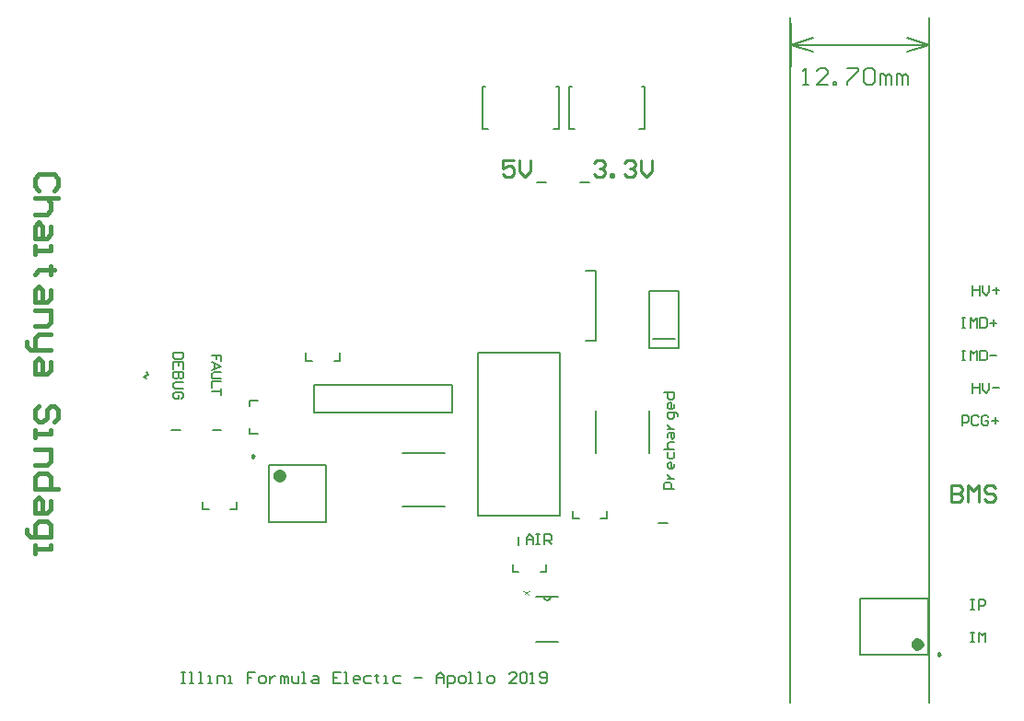
<source format=gto>
G04*
G04 #@! TF.GenerationSoftware,Altium Limited,Altium Designer,19.0.15 (446)*
G04*
G04 Layer_Color=65535*
%FSLAX25Y25*%
%MOIN*%
G70*
G01*
G75*
%ADD10C,0.02362*%
%ADD11C,0.00984*%
%ADD12C,0.00600*%
%ADD13C,0.00591*%
%ADD14C,0.00787*%
%ADD15C,0.00800*%
%ADD16C,0.00500*%
%ADD17C,0.01575*%
%ADD18C,0.01000*%
G36*
X-70863Y-82626D02*
X-70835Y-82640D01*
X-70806Y-82669D01*
X-70799Y-82676D01*
X-70784Y-82705D01*
X-70770Y-82748D01*
X-70763Y-82812D01*
Y-83773D01*
X-69852Y-83472D01*
X-69845Y-83465D01*
X-69817Y-83457D01*
X-69788Y-83450D01*
X-69752D01*
X-69731Y-83457D01*
X-69702Y-83465D01*
X-69666Y-83493D01*
X-69659Y-83500D01*
X-69644Y-83515D01*
X-69630Y-83551D01*
X-69623Y-83587D01*
Y-83594D01*
Y-83615D01*
X-69637Y-83644D01*
X-69652Y-83680D01*
X-69659Y-83687D01*
X-69673Y-83701D01*
X-69709Y-83715D01*
X-69766Y-83737D01*
X-70677Y-84038D01*
X-70118Y-84812D01*
X-70111Y-84827D01*
X-70089Y-84856D01*
X-70068Y-84899D01*
X-70060Y-84934D01*
Y-84942D01*
X-70068Y-84970D01*
X-70075Y-84999D01*
X-70103Y-85035D01*
X-70111Y-85042D01*
X-70132Y-85056D01*
X-70161Y-85071D01*
X-70204Y-85078D01*
X-70218D01*
X-70247Y-85063D01*
X-70290Y-85035D01*
X-70319Y-85013D01*
X-70340Y-84977D01*
X-70906Y-84203D01*
X-71473Y-84977D01*
Y-84985D01*
X-71487Y-84992D01*
X-71516Y-85028D01*
X-71559Y-85063D01*
X-71580Y-85071D01*
X-71609Y-85078D01*
X-71616D01*
X-71645Y-85071D01*
X-71674Y-85056D01*
X-71710Y-85035D01*
X-71717Y-85028D01*
X-71731Y-85006D01*
X-71745Y-84977D01*
X-71753Y-84934D01*
Y-84927D01*
X-71745Y-84906D01*
X-71731Y-84863D01*
X-71695Y-84812D01*
X-71129Y-84038D01*
X-72047Y-83730D01*
X-72061Y-83723D01*
X-72089Y-83715D01*
X-72132Y-83694D01*
X-72161Y-83672D01*
Y-83665D01*
X-72168Y-83651D01*
X-72176Y-83622D01*
X-72183Y-83587D01*
Y-83579D01*
X-72176Y-83551D01*
X-72168Y-83522D01*
X-72147Y-83493D01*
X-72140Y-83486D01*
X-72118Y-83472D01*
X-72089Y-83457D01*
X-72054Y-83450D01*
X-72025D01*
X-71996Y-83457D01*
X-71953Y-83472D01*
X-71043Y-83773D01*
Y-82812D01*
Y-82805D01*
Y-82798D01*
X-71035Y-82755D01*
X-71028Y-82712D01*
X-71007Y-82669D01*
X-71000Y-82661D01*
X-70978Y-82640D01*
X-70942Y-82626D01*
X-70899Y-82618D01*
X-70892D01*
X-70863Y-82626D01*
D02*
G37*
D10*
X71653Y-102756D02*
X71209Y-101832D01*
X70210Y-101604D01*
X69408Y-102243D01*
Y-103268D01*
X70210Y-103907D01*
X71209Y-103679D01*
X71653Y-102756D01*
X-159252Y-41732D02*
X-159697Y-40809D01*
X-160696Y-40581D01*
X-161497Y-41220D01*
Y-42245D01*
X-160696Y-42884D01*
X-159697Y-42656D01*
X-159252Y-41732D01*
D11*
X78740Y-106378D02*
X78002Y-105952D01*
Y-106804D01*
X78740Y-106378D01*
X-169587Y-34646D02*
X-170325Y-34220D01*
Y-35072D01*
X-169587Y-34646D01*
D12*
X-64783Y-85601D02*
X-64396Y-86435D01*
X-63533Y-86751D01*
X-62699Y-86364D01*
X-62383Y-85501D01*
X-209449Y-5906D02*
X-208661Y-6693D01*
X-209449Y-5906D02*
X-207874Y-5118D01*
X-208661Y-4331D02*
X-207874Y-5118D01*
X-67520Y-85501D02*
X-63583D01*
X-67520Y-101901D02*
X-59646D01*
X-63583Y-85501D02*
X-59646D01*
X86614Y15410D02*
X87814D01*
X87214D01*
Y11811D01*
X86614D01*
X87814D01*
X89613D02*
Y15410D01*
X90813Y14210D01*
X92012Y15410D01*
Y11811D01*
X93212Y15410D02*
Y11811D01*
X95012D01*
X95611Y12411D01*
Y14810D01*
X95012Y15410D01*
X93212D01*
X96811Y13610D02*
X99210D01*
X98010Y14810D02*
Y12411D01*
X86614Y3599D02*
X87814D01*
X87214D01*
Y-0D01*
X86614D01*
X87814D01*
X89613D02*
Y3599D01*
X90813Y2399D01*
X92012Y3599D01*
Y-0D01*
X93212Y3599D02*
Y-0D01*
X95012D01*
X95611Y600D01*
Y2999D01*
X95012Y3599D01*
X93212D01*
X96811Y1799D02*
X99210D01*
X90551Y-8212D02*
Y-11811D01*
Y-10012D01*
X92950D01*
Y-8212D01*
Y-11811D01*
X94150Y-8212D02*
Y-10611D01*
X95350Y-11811D01*
X96549Y-10611D01*
Y-8212D01*
X97749Y-10012D02*
X100148D01*
X90551Y27221D02*
Y23622D01*
Y25422D01*
X92950D01*
Y27221D01*
Y23622D01*
X94150Y27221D02*
Y24822D01*
X95350Y23622D01*
X96549Y24822D01*
Y27221D01*
X97749Y25422D02*
X100148D01*
X98949Y26621D02*
Y24222D01*
X86614Y-23622D02*
Y-20023D01*
X88414D01*
X89013Y-20623D01*
Y-21823D01*
X88414Y-22422D01*
X86614D01*
X92612Y-20623D02*
X92012Y-20023D01*
X90813D01*
X90213Y-20623D01*
Y-23022D01*
X90813Y-23622D01*
X92012D01*
X92612Y-23022D01*
X96211Y-20623D02*
X95611Y-20023D01*
X94412D01*
X93812Y-20623D01*
Y-23022D01*
X94412Y-23622D01*
X95611D01*
X96211Y-23022D01*
Y-21823D01*
X95012D01*
X97411D02*
X99810D01*
X98610Y-20623D02*
Y-23022D01*
X-181440Y1969D02*
X-185039D01*
X-181440D02*
Y-260D01*
X-183154Y1969D02*
Y597D01*
X-185039Y-3413D02*
X-181440Y-2042D01*
X-185039Y-671D01*
X-183840Y-1185D02*
Y-2899D01*
X-181440Y-4253D02*
X-184011D01*
X-184525Y-4424D01*
X-184868Y-4767D01*
X-185039Y-5281D01*
Y-5624D01*
X-184868Y-6138D01*
X-184525Y-6481D01*
X-184011Y-6652D01*
X-181440D01*
Y-7647D02*
X-185039D01*
Y-9703D01*
X-181440Y-11297D02*
X-185039D01*
X-181440Y-10097D02*
Y-12497D01*
X-195220Y2953D02*
X-198819D01*
Y1153D01*
X-198219Y554D01*
X-195820D01*
X-195220Y1153D01*
Y2953D01*
Y-3045D02*
Y-646D01*
X-198819D01*
Y-3045D01*
X-197020Y-646D02*
Y-1846D01*
X-195220Y-4245D02*
X-198819D01*
Y-6044D01*
X-198219Y-6644D01*
X-197619D01*
X-197020Y-6044D01*
Y-4245D01*
Y-6044D01*
X-196420Y-6644D01*
X-195820D01*
X-195220Y-6044D01*
Y-4245D01*
Y-7844D02*
X-198219D01*
X-198819Y-8444D01*
Y-9643D01*
X-198219Y-10243D01*
X-195220D01*
X-195820Y-13842D02*
X-195220Y-13242D01*
Y-12042D01*
X-195820Y-11443D01*
X-198219D01*
X-198819Y-12042D01*
Y-13242D01*
X-198219Y-13842D01*
X-197020D01*
Y-12642D01*
X89764Y-98370D02*
X90963D01*
X90364D01*
Y-101969D01*
X89764D01*
X90963D01*
X92763D02*
Y-98370D01*
X93962Y-99569D01*
X95162Y-98370D01*
Y-101969D01*
X89764Y-86559D02*
X90963D01*
X90364D01*
Y-90158D01*
X89764D01*
X90963D01*
X92763D02*
Y-86559D01*
X94562D01*
X95162Y-87159D01*
Y-88358D01*
X94562Y-88958D01*
X92763D01*
X-17520Y-46457D02*
X-21118D01*
Y-44657D01*
X-20519Y-44058D01*
X-19319D01*
X-18719Y-44657D01*
Y-46457D01*
X-19919Y-42858D02*
X-17520D01*
X-18719D01*
X-19319Y-42258D01*
X-19919Y-41658D01*
Y-41058D01*
X-17520Y-37460D02*
Y-38659D01*
X-18120Y-39259D01*
X-19319D01*
X-19919Y-38659D01*
Y-37460D01*
X-19319Y-36860D01*
X-18719D01*
Y-39259D01*
X-19919Y-33261D02*
Y-35060D01*
X-19319Y-35660D01*
X-18120D01*
X-17520Y-35060D01*
Y-33261D01*
X-21118Y-32061D02*
X-17520D01*
X-19319D01*
X-19919Y-31462D01*
Y-30262D01*
X-19319Y-29662D01*
X-17520D01*
X-19919Y-27863D02*
Y-26663D01*
X-19319Y-26063D01*
X-17520D01*
Y-27863D01*
X-18120Y-28462D01*
X-18719Y-27863D01*
Y-26063D01*
X-19919Y-24864D02*
X-17520D01*
X-18719D01*
X-19319Y-24264D01*
X-19919Y-23664D01*
Y-23064D01*
X-16320Y-20065D02*
Y-19465D01*
X-16920Y-18866D01*
X-19919D01*
Y-20665D01*
X-19319Y-21265D01*
X-18120D01*
X-17520Y-20665D01*
Y-18866D01*
Y-15867D02*
Y-17066D01*
X-18120Y-17666D01*
X-19319D01*
X-19919Y-17066D01*
Y-15867D01*
X-19319Y-15267D01*
X-18719D01*
Y-17666D01*
X-21118Y-11668D02*
X-17520D01*
Y-13467D01*
X-18120Y-14067D01*
X-19319D01*
X-19919Y-13467D01*
Y-11668D01*
X-71063Y-66535D02*
Y-64136D01*
X-69863Y-62937D01*
X-68664Y-64136D01*
Y-66535D01*
Y-64736D01*
X-71063D01*
X-67464Y-62937D02*
X-66264D01*
X-66864D01*
Y-66535D01*
X-67464D01*
X-66264D01*
X-64465D02*
Y-62937D01*
X-62666D01*
X-62066Y-63536D01*
Y-64736D01*
X-62666Y-65336D01*
X-64465D01*
X-63266D02*
X-62066Y-66535D01*
X29111Y99875D02*
X31110D01*
X30111D01*
Y105874D01*
X29111Y104874D01*
X38108Y99875D02*
X34109D01*
X38108Y103874D01*
Y104874D01*
X37108Y105874D01*
X35109D01*
X34109Y104874D01*
X40107Y99875D02*
Y100875D01*
X41107D01*
Y99875D01*
X40107D01*
X45106Y105874D02*
X49104D01*
Y104874D01*
X45106Y100875D01*
Y99875D01*
X51104Y104874D02*
X52103Y105874D01*
X54103D01*
X55102Y104874D01*
Y100875D01*
X54103Y99875D01*
X52103D01*
X51104Y100875D01*
Y104874D01*
X57102Y99875D02*
Y103874D01*
X58101D01*
X59101Y102875D01*
Y99875D01*
Y102875D01*
X60101Y103874D01*
X61101Y102875D01*
Y99875D01*
X63100D02*
Y103874D01*
X64100D01*
X65099Y102875D01*
Y99875D01*
Y102875D01*
X66099Y103874D01*
X67099Y102875D01*
Y99875D01*
D13*
X-199484Y-25185D02*
X-196335D01*
X-188189Y-53996D02*
Y-51181D01*
Y-53996D02*
X-186024D01*
X-178150D02*
X-175984D01*
Y-51181D01*
X-75984Y-76634D02*
Y-73819D01*
Y-76634D02*
X-73819D01*
X-65945D02*
X-63779D01*
Y-73819D01*
X-184721Y-25185D02*
X-181571D01*
X-171122Y-14370D02*
X-168307D01*
X-171122Y-16535D02*
Y-14370D01*
Y-26575D02*
Y-24409D01*
Y-26575D02*
X-168307D01*
X-150787Y-59D02*
Y2756D01*
Y-59D02*
X-148622D01*
X-140748D02*
X-138583D01*
Y2756D01*
X-98032Y-18779D02*
Y-8779D01*
X-148031Y-18779D02*
X-98032D01*
X-148031D02*
Y-8779D01*
X-98032D01*
X-15933Y4528D02*
Y25000D01*
X-26563Y4528D02*
X-15933D01*
X-26563D02*
Y25000D01*
X-15933D01*
X-25185Y7874D02*
X-17311D01*
X-73831Y-67004D02*
Y-63854D01*
X-54134Y-57342D02*
Y-54528D01*
Y-57342D02*
X-51968D01*
X-44094D02*
X-41929D01*
Y-54528D01*
X-26575Y-33661D02*
Y-18307D01*
X-45866Y-33661D02*
Y-18307D01*
X-23106Y-58768D02*
X-19957D01*
X24409Y124016D02*
X24409Y-123721D01*
X74803Y-124016D02*
Y124016D01*
X-115945Y-52953D02*
X-100591D01*
X-115945Y-33661D02*
X-100591D01*
X-67201Y64579D02*
X-64051D01*
X-86811Y99016D02*
X-85827D01*
X-86811Y83661D02*
Y99016D01*
Y83661D02*
X-84842D01*
X-60236Y99016D02*
X-59252D01*
Y83661D02*
Y99016D01*
X-61221Y83661D02*
X-59252D01*
X-51453Y64579D02*
X-48303D01*
X-55709Y99016D02*
X-54724D01*
X-55709Y83661D02*
Y99016D01*
Y83661D02*
X-53740D01*
X-29134Y99016D02*
X-28150D01*
Y83661D02*
Y99016D01*
X-30118Y83661D02*
X-28150D01*
D14*
X49606Y-86221D02*
X74410D01*
X49606Y-106693D02*
X74410D01*
X49606D02*
Y-86221D01*
X74410Y-106693D02*
Y-86221D01*
X-164370Y-58661D02*
Y-37795D01*
X-143504Y-58661D02*
Y-37795D01*
X-164370D02*
X-143504D01*
X-164370Y-58661D02*
X-143504D01*
X66831Y111647D02*
X74705Y114272D01*
X66831Y116896D02*
X74705Y114272D01*
X24705D02*
X32579Y116896D01*
X24705Y114272D02*
X32579Y111647D01*
X49705Y114272D02*
X74705D01*
X24705D02*
X49705D01*
X74705Y106398D02*
Y122146D01*
X24705Y106398D02*
Y122146D01*
X-196063Y-112863D02*
X-194751D01*
X-195407D01*
Y-116798D01*
X-196063D01*
X-194751D01*
X-192783D02*
X-191471D01*
X-192127D01*
Y-112863D01*
X-192783D01*
X-189503Y-116798D02*
X-188191D01*
X-188847D01*
Y-112863D01*
X-189503D01*
X-186224Y-116798D02*
X-184912D01*
X-185568D01*
Y-114174D01*
X-186224D01*
X-182944Y-116798D02*
Y-114174D01*
X-180976D01*
X-180320Y-114831D01*
Y-116798D01*
X-179008D02*
X-177696D01*
X-178352D01*
Y-114174D01*
X-179008D01*
X-169169Y-112863D02*
X-171793D01*
Y-114831D01*
X-170481D01*
X-171793D01*
Y-116798D01*
X-167201D02*
X-165889D01*
X-165233Y-116142D01*
Y-114831D01*
X-165889Y-114174D01*
X-167201D01*
X-167857Y-114831D01*
Y-116142D01*
X-167201Y-116798D01*
X-163921Y-114174D02*
Y-116798D01*
Y-115486D01*
X-163265Y-114831D01*
X-162609Y-114174D01*
X-161953D01*
X-159985Y-116798D02*
Y-114174D01*
X-159329D01*
X-158674Y-114831D01*
Y-116798D01*
Y-114831D01*
X-158018Y-114174D01*
X-157362Y-114831D01*
Y-116798D01*
X-156050Y-114174D02*
Y-116142D01*
X-155394Y-116798D01*
X-153426D01*
Y-114174D01*
X-152114Y-116798D02*
X-150802D01*
X-151458D01*
Y-112863D01*
X-152114D01*
X-148178Y-114174D02*
X-146866D01*
X-146210Y-114831D01*
Y-116798D01*
X-148178D01*
X-148834Y-116142D01*
X-148178Y-115486D01*
X-146210D01*
X-138339Y-112863D02*
X-140963D01*
Y-116798D01*
X-138339D01*
X-140963Y-114831D02*
X-139651D01*
X-137027Y-116798D02*
X-135715D01*
X-136371D01*
Y-112863D01*
X-137027D01*
X-131779Y-116798D02*
X-133091D01*
X-133747Y-116142D01*
Y-114831D01*
X-133091Y-114174D01*
X-131779D01*
X-131123Y-114831D01*
Y-115486D01*
X-133747D01*
X-127188Y-114174D02*
X-129155D01*
X-129811Y-114831D01*
Y-116142D01*
X-129155Y-116798D01*
X-127188D01*
X-125220Y-113519D02*
Y-114174D01*
X-125876D01*
X-124564D01*
X-125220D01*
Y-116142D01*
X-124564Y-116798D01*
X-122596D02*
X-121284D01*
X-121940D01*
Y-114174D01*
X-122596D01*
X-116692D02*
X-118660D01*
X-119316Y-114831D01*
Y-116142D01*
X-118660Y-116798D01*
X-116692D01*
X-111445Y-114831D02*
X-108821D01*
X-103573Y-116798D02*
Y-114174D01*
X-102261Y-112863D01*
X-100949Y-114174D01*
Y-116798D01*
Y-114831D01*
X-103573D01*
X-99637Y-118110D02*
Y-114174D01*
X-97670D01*
X-97014Y-114831D01*
Y-116142D01*
X-97670Y-116798D01*
X-99637D01*
X-95046D02*
X-93734D01*
X-93078Y-116142D01*
Y-114831D01*
X-93734Y-114174D01*
X-95046D01*
X-95702Y-114831D01*
Y-116142D01*
X-95046Y-116798D01*
X-91766D02*
X-90454D01*
X-91110D01*
Y-112863D01*
X-91766D01*
X-88486Y-116798D02*
X-87174D01*
X-87830D01*
Y-112863D01*
X-88486D01*
X-84550Y-116798D02*
X-83239D01*
X-82582Y-116142D01*
Y-114831D01*
X-83239Y-114174D01*
X-84550D01*
X-85206Y-114831D01*
Y-116142D01*
X-84550Y-116798D01*
X-74711D02*
X-77335D01*
X-74711Y-114174D01*
Y-113519D01*
X-75367Y-112863D01*
X-76679D01*
X-77335Y-113519D01*
X-73399D02*
X-72743Y-112863D01*
X-71431D01*
X-70775Y-113519D01*
Y-116142D01*
X-71431Y-116798D01*
X-72743D01*
X-73399Y-116142D01*
Y-113519D01*
X-69463Y-116798D02*
X-68151D01*
X-68807D01*
Y-112863D01*
X-69463Y-113519D01*
X-66184Y-116142D02*
X-65528Y-116798D01*
X-64216D01*
X-63560Y-116142D01*
Y-113519D01*
X-64216Y-112863D01*
X-65528D01*
X-66184Y-113519D01*
Y-114174D01*
X-65528Y-114831D01*
X-63560D01*
D15*
X-45945Y7004D02*
Y32594D01*
X-49444D02*
X-45944Y32594D01*
X-49444Y7004D02*
X-45944Y7003D01*
D16*
X-58897Y-56182D02*
Y2874D01*
X-88425Y-56182D02*
X-58897D01*
X-88425D02*
Y2874D01*
X-58897D01*
D17*
X-241867Y61550D02*
X-240424Y62994D01*
Y65880D01*
X-241867Y67323D01*
X-247639D01*
X-249082Y65880D01*
Y62994D01*
X-247639Y61550D01*
X-240424Y58664D02*
X-249082D01*
X-244753D01*
X-243310Y57221D01*
Y54335D01*
X-244753Y52892D01*
X-249082D01*
X-243310Y48562D02*
Y45676D01*
X-244753Y44233D01*
X-249082D01*
Y48562D01*
X-247639Y50006D01*
X-246196Y48562D01*
Y44233D01*
X-249082Y41347D02*
Y38461D01*
Y39904D01*
X-243310D01*
Y41347D01*
X-241867Y32688D02*
X-243310D01*
Y34132D01*
Y31245D01*
Y32688D01*
X-247639D01*
X-249082Y31245D01*
X-243310Y25473D02*
Y22587D01*
X-244753Y21144D01*
X-249082D01*
Y25473D01*
X-247639Y26916D01*
X-246196Y25473D01*
Y21144D01*
X-249082Y18257D02*
X-243310D01*
Y13928D01*
X-244753Y12485D01*
X-249082D01*
X-243310Y9599D02*
X-247639D01*
X-249082Y8156D01*
Y3826D01*
X-250525D01*
X-251969Y5269D01*
Y6713D01*
X-249082Y3826D02*
X-243310D01*
Y-503D02*
Y-3389D01*
X-244753Y-4832D01*
X-249082D01*
Y-503D01*
X-247639Y940D01*
X-246196Y-503D01*
Y-4832D01*
X-241867Y-22150D02*
X-240424Y-20707D01*
Y-17820D01*
X-241867Y-16377D01*
X-243310D01*
X-244753Y-17820D01*
Y-20707D01*
X-246196Y-22150D01*
X-247639D01*
X-249082Y-20707D01*
Y-17820D01*
X-247639Y-16377D01*
X-249082Y-25036D02*
Y-27922D01*
Y-26479D01*
X-243310D01*
Y-25036D01*
X-249082Y-32251D02*
X-243310D01*
Y-36581D01*
X-244753Y-38024D01*
X-249082D01*
X-240424Y-46682D02*
X-249082D01*
Y-42353D01*
X-247639Y-40910D01*
X-244753D01*
X-243310Y-42353D01*
Y-46682D01*
Y-51012D02*
Y-53898D01*
X-244753Y-55341D01*
X-249082D01*
Y-51012D01*
X-247639Y-49569D01*
X-246196Y-51012D01*
Y-55341D01*
X-251969Y-61113D02*
Y-62556D01*
X-250525Y-64000D01*
X-243310D01*
Y-59670D01*
X-244753Y-58227D01*
X-247639D01*
X-249082Y-59670D01*
Y-64000D01*
Y-66886D02*
Y-69772D01*
Y-68329D01*
X-243310D01*
Y-66886D01*
D18*
X82677Y-45183D02*
Y-51181D01*
X85676D01*
X86676Y-50181D01*
Y-49182D01*
X85676Y-48182D01*
X82677D01*
X85676D01*
X86676Y-47182D01*
Y-46183D01*
X85676Y-45183D01*
X82677D01*
X88675Y-51181D02*
Y-45183D01*
X90675Y-47182D01*
X92674Y-45183D01*
Y-51181D01*
X98672Y-46183D02*
X97672Y-45183D01*
X95673D01*
X94673Y-46183D01*
Y-47182D01*
X95673Y-48182D01*
X97672D01*
X98672Y-49182D01*
Y-50181D01*
X97672Y-51181D01*
X95673D01*
X94673Y-50181D01*
X-46654Y71534D02*
X-45654Y72534D01*
X-43655D01*
X-42655Y71534D01*
Y70534D01*
X-43655Y69534D01*
X-44654D01*
X-43655D01*
X-42655Y68535D01*
Y67535D01*
X-43655Y66535D01*
X-45654D01*
X-46654Y67535D01*
X-40655Y66535D02*
Y67535D01*
X-39656D01*
Y66535D01*
X-40655D01*
X-35657Y71534D02*
X-34657Y72534D01*
X-32658D01*
X-31658Y71534D01*
Y70534D01*
X-32658Y69534D01*
X-33658D01*
X-32658D01*
X-31658Y68535D01*
Y67535D01*
X-32658Y66535D01*
X-34657D01*
X-35657Y67535D01*
X-29659Y72534D02*
Y68535D01*
X-27660Y66535D01*
X-25660Y68535D01*
Y72534D01*
X-75726D02*
X-79724D01*
Y69534D01*
X-77725Y70534D01*
X-76725D01*
X-75726Y69534D01*
Y67535D01*
X-76725Y66535D01*
X-78725D01*
X-79724Y67535D01*
X-73726Y72534D02*
Y68535D01*
X-71727Y66535D01*
X-69728Y68535D01*
Y72534D01*
M02*

</source>
